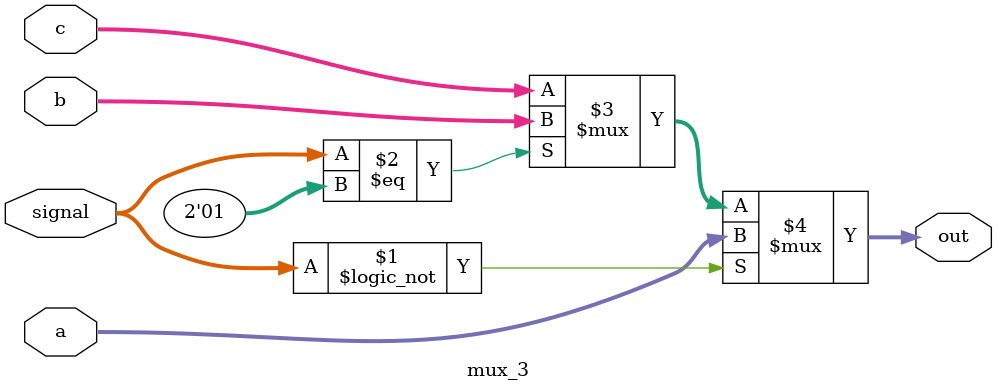
<source format=v>
module mux_3(
    input [1: 0] signal,
//    input [31: 0] a, b, c,
    input [63: 0] a, b, c,

//    output [31: 0] out
    output [63: 0] out
);

assign out = (signal == 2'b00) ? a :
             (signal == 2'b01) ? b : c;


endmodule
</source>
